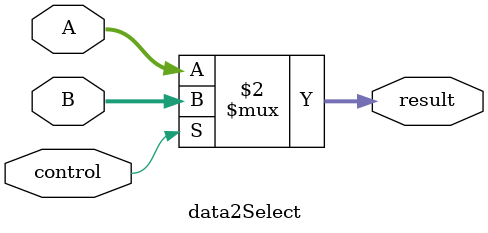
<source format=v>
`timescale 1ns / 1ps


module data2Select(control,A,B,result);
    input control;
    input [31:0] A;
    input [31:0] B;
    output [31:0] result;
    
    
    assign result = (control == 0)? A:B;
endmodule

</source>
